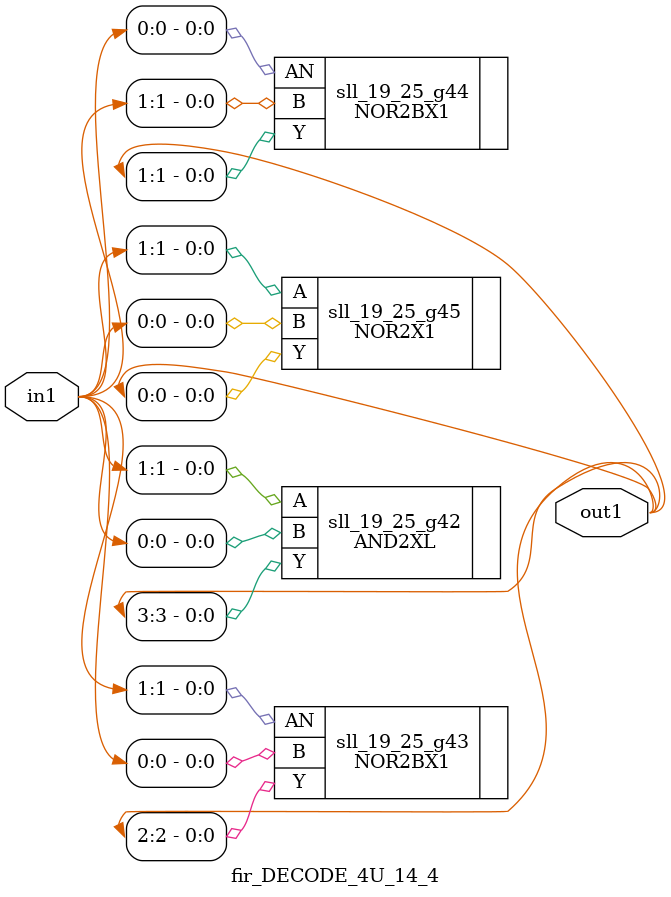
<source format=v>
`timescale 1ps / 1ps


module fir_DECODE_4U_14_4(in1, out1);
  input [1:0] in1;
  output [3:0] out1;
  wire [1:0] in1;
  wire [3:0] out1;
  AND2XL sll_19_25_g42(.A (in1[1]), .B (in1[0]), .Y (out1[3]));
  NOR2BX1 sll_19_25_g43(.AN (in1[1]), .B (in1[0]), .Y (out1[2]));
  NOR2BX1 sll_19_25_g44(.AN (in1[0]), .B (in1[1]), .Y (out1[1]));
  NOR2X1 sll_19_25_g45(.A (in1[1]), .B (in1[0]), .Y (out1[0]));
endmodule



</source>
